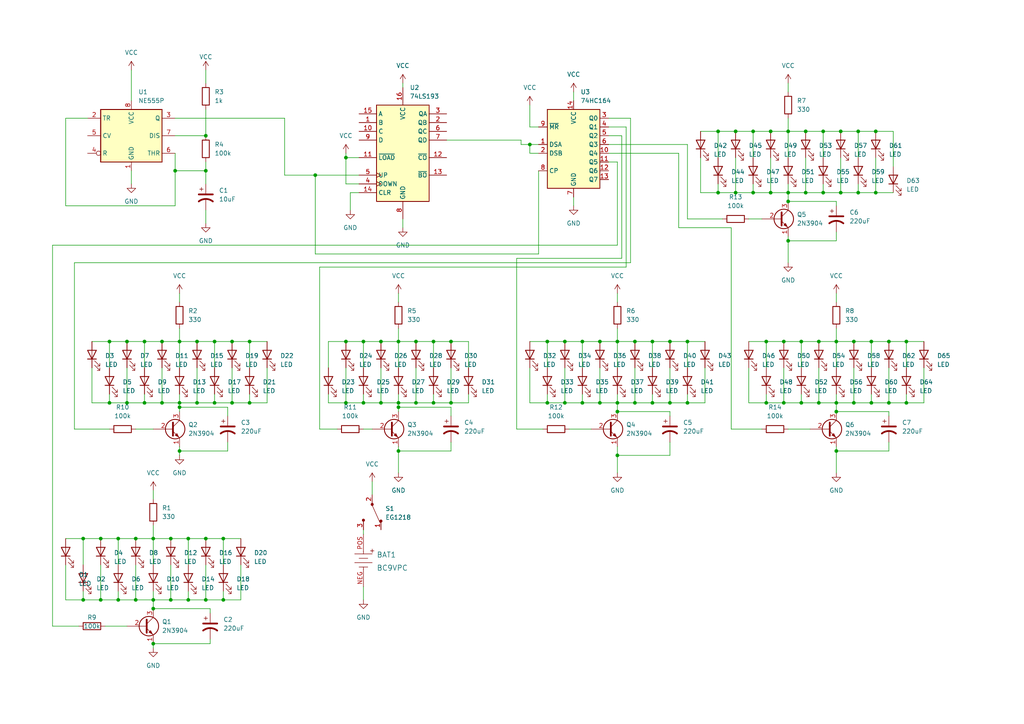
<source format=kicad_sch>
(kicad_sch (version 20211123) (generator eeschema)
  (paper "A4")
  (title_block (title "Graduation Cap") (date "2022-03-16") (rev "v01") (comment 1 "Autor: Grayson Hollaway"))
  (lib_symbols
    (symbol "74xx:74HC164"
      (property "Reference" "U" (at 1.905 -13.97 0))
      (property "Value" "74HC164" (at 1.905 -16.51 0))
      (symbol "74HC164_1_1"
        (pin input line (at -10.16 0 0) (length 2.54) (name "DSA") (number "1"))
        (pin output line (at 10.16 -2.54 180) (length 2.54) (name "Q4") (number "10"))
        (pin output line (at 10.16 -5.08 180) (length 2.54) (name "Q5") (number "11"))
        (pin output line (at 10.16 -7.62 180) (length 2.54) (name "Q6") (number "12"))
        (pin output line (at 10.16 -10.16 180) (length 2.54) (name "Q7") (number "13"))
        (pin power_in line (at 0 12.7 270) (length 2.54) (name "VCC") (number "14"))
        (pin input line (at -10.16 -2.54 0) (length 2.54) (name "DSB") (number "2"))
        (pin output line (at 10.16 7.62 180) (length 2.54) (name "Q0") (number "3"))
        (pin output line (at 10.16 5.08 180) (length 2.54) (name "Q1") (number "4"))
        (pin output line (at 10.16 2.54 180) (length 2.54) (name "Q2") (number "5"))
        (pin output line (at 10.16 0 180) (length 2.54) (name "Q3") (number "6"))
        (pin power_in line (at 0 -15.24 90) (length 2.54) (name "GND") (number "7"))
        (pin input line (at -10.16 -7.62 0) (length 2.54) (name "CP") (number "8"))
        (pin input line (at -10.16 5.08 0) (length 2.54) (name "~{MR}") (number "9"))
      )
    )
    (symbol "74xx:74LS193"
      (property "Reference" "U" (at -7.62 13.97 0))
      (property "Value" "74LS193" (at 5.08 13.97 0))
      (symbol "74LS193_1_0"
        (pin input line (at -12.7 7.62 0) (length 5.08) (name "B") (number "1"))
        (pin input line (at -12.7 5.08 0) (length 5.08) (name "C") (number "10"))
        (pin input line (at -12.7 -2.54 0) (length 5.08) (name "~{LOAD}") (number "11"))
        (pin output line (at 12.7 -2.54 180) (length 5.08) (name "~{CO}") (number "12"))
        (pin output line (at 12.7 -7.62 180) (length 5.08) (name "~{BO}") (number "13"))
        (pin input line (at -12.7 -12.7 0) (length 5.08) (name "CLR") (number "14"))
        (pin input line (at -12.7 10.16 0) (length 5.08) (name "A") (number "15"))
        (pin power_in line (at 0 17.78 270) (length 5.08) (name "VCC") (number "16"))
        (pin output line (at 12.7 7.62 180) (length 5.08) (name "QB") (number "2"))
        (pin output line (at 12.7 10.16 180) (length 5.08) (name "QA") (number "3"))
        (pin input clock (at -12.7 -10.16 0) (length 5.08) (name "DOWN") (number "4"))
        (pin input clock (at -12.7 -7.62 0) (length 5.08) (name "UP") (number "5"))
        (pin output line (at 12.7 5.08 180) (length 5.08) (name "QC") (number "6"))
        (pin output line (at 12.7 2.54 180) (length 5.08) (name "QD") (number "7"))
        (pin power_in line (at 0 -20.32 90) (length 5.08) (name "GND") (number "8"))
        (pin input line (at -12.7 2.54 0) (length 5.08) (name "D") (number "9"))
      )
    )
    (symbol "Device:C_Polarized_US" (pin_numbers hide) (pin_names (offset 0.254) hide)
      (property "Reference" "C" (at 0.635 2.54 0))
      (property "Value" "C_Polarized_US" (at 0.635 -2.54 0))
      (symbol "C_Polarized_US_1_1"
        (pin passive line (at 0 3.81 270) (length 2.794) (name "~") (number "1"))
        (pin passive line (at 0 -3.81 90) (length 3.302) (name "~") (number "2"))
      )
    )
    (symbol "Device:LED" (pin_numbers hide) (pin_names (offset 1.016) hide)
      (property "Reference" "D" (at 0 2.54 0))
      (property "Value" "LED" (at 0 -2.54 0))
      (symbol "LED_1_1"
        (pin passive line (at -3.81 0 0) (length 2.54) (name "K") (number "1"))
        (pin passive line (at 3.81 0 180) (length 2.54) (name "A") (number "2"))
      )
    )
    (symbol "Device:R" (pin_numbers hide) (pin_names (offset 0))
      (property "Reference" "R" (at 2.032 0 90))
      (property "Value" "R" (at 0 0 90))
      (symbol "R_1_1"
        (pin passive line (at 0 3.81 270) (length 1.27) (name "~") (number "1"))
        (pin passive line (at 0 -3.81 90) (length 1.27) (name "~") (number "2"))
      )
    )
    (symbol "Timer:NE555P"
      (property "Reference" "U" (at -10.16 8.89 0))
      (property "Value" "NE555P" (at 2.54 8.89 0))
      (symbol "NE555P_0_0"
        (pin power_in line (at 0 -10.16 90) (length 2.54) (name "GND") (number "1"))
        (pin power_in line (at 0 10.16 270) (length 2.54) (name "VCC") (number "8"))
      )
      (symbol "NE555P_1_1"
        (pin input line (at -12.7 5.08 0) (length 3.81) (name "TR") (number "2"))
        (pin output line (at 12.7 5.08 180) (length 3.81) (name "Q") (number "3"))
        (pin input inverted (at -12.7 -5.08 0) (length 3.81) (name "R") (number "4"))
        (pin input line (at -12.7 0 0) (length 3.81) (name "CV") (number "5"))
        (pin input line (at 12.7 -5.08 180) (length 3.81) (name "THR") (number "6"))
        (pin input line (at 12.7 0 180) (length 3.81) (name "DIS") (number "7"))
      )
    )
    (symbol "Transistor_BJT:2N3904" (pin_names (offset 0) hide)
      (property "Reference" "Q" (at 5.08 1.905 0))
      (property "Value" "2N3904" (at 5.08 0 0))
      (symbol "2N3904_1_1"
        (pin passive line (at 2.54 -5.08 90) (length 2.54) (name "E") (number "1"))
        (pin passive line (at -5.08 0 0) (length 5.715) (name "B") (number "2"))
        (pin passive line (at 2.54 5.08 270) (length 2.54) (name "C") (number "3"))
      )
    )
    (symbol "dk_Battery-Holders-Clips-Contacts:BC9VPC" (pin_names (offset 1.016))
      (property "Reference" "BAT" (at 0 5.08 0))
      (property "Value" "BC9VPC" (at 0 -5.08 0))
      (symbol "BC9VPC_1_1"
        (pin power_in line (at 7.62 0 180) (length 5.08) (name "~") (number "NEG"))
        (pin power_in line (at -7.62 0 0) (length 5.08) (name "~") (number "POS"))
      )
    )
    (symbol "dk_Slide-Switches:EG1218" (pin_names (offset 0))
      (property "Reference" "S" (at -3.81 2.286 0))
      (property "Value" "EG1218" (at 0 -5.334 0))
      (symbol "EG1218_1_1"
        (pin passive line (at 5.08 2.54 180) (length 2.54) (name "~") (number "1"))
        (pin passive line (at -5.08 0 0) (length 2.54) (name "~") (number "2"))
        (pin passive line (at 5.08 -2.54 180) (length 2.54) (name "~") (number "3"))
      )
    )
    (symbol "power:GND" (power) (pin_names (offset 0))
      (property "Value" "GND" (at 0 -3.81 0))
      (symbol "GND_1_1"
        (pin power_in line (at 0 0 270) (length 0) hide (name "GND") (number "1"))
      )
    )
    (symbol "power:VCC" (power) (pin_names (offset 0))
      (property "Value" "VCC" (at 0 3.81 0))
      (symbol "VCC_1_1"
        (pin power_in line (at 0 0 90) (length 0) hide (name "VCC") (number "1"))
      )
    )
  )
  (junction (at 130.81 99.06))
  (junction (at 242.57 119.38))
  (junction (at 158.75 116.84))
  (junction (at 243.84 55.88))
  (junction (at 105.41 99.06))
  (junction (at 57.15 99.06))
  (junction (at 227.33 99.06))
  (junction (at 46.99 99.06))
  (junction (at 64.77 156.21))
  (junction (at 100.33 116.84))
  (junction (at 262.89 99.06))
  (junction (at 62.23 116.84))
  (junction (at 218.44 55.88))
  (junction (at 189.23 99.06))
  (junction (at 34.29 156.21))
  (junction (at 49.53 173.99))
  (junction (at 29.21 156.21))
  (junction (at 179.07 116.84))
  (junction (at 158.75 99.06))
  (junction (at 233.68 38.1))
  (junction (at 49.53 156.21))
  (junction (at 213.36 38.1))
  (junction (at 72.39 99.06))
  (junction (at 54.61 156.21))
  (junction (at 72.39 116.84))
  (junction (at 31.75 99.06))
  (junction (at 115.57 99.06))
  (junction (at 243.84 38.1))
  (junction (at 39.37 156.21))
  (junction (at 189.23 116.84))
  (junction (at 208.28 38.1))
  (junction (at 62.23 99.06))
  (junction (at 46.99 116.84))
  (junction (at 232.41 116.84))
  (junction (at 247.65 99.06))
  (junction (at 105.41 116.84))
  (junction (at 153.67 41.91))
  (junction (at 228.6 58.42))
  (junction (at 120.65 99.06))
  (junction (at 125.73 99.06))
  (junction (at 238.76 55.88))
  (junction (at 31.75 116.84))
  (junction (at 168.91 99.06))
  (junction (at 44.45 176.53))
  (junction (at 44.45 186.69))
  (junction (at 252.73 116.84))
  (junction (at 248.92 55.88))
  (junction (at 247.65 116.84))
  (junction (at 222.25 99.06))
  (junction (at 194.31 116.84))
  (junction (at 39.37 173.99))
  (junction (at 248.92 38.1))
  (junction (at 213.36 55.88))
  (junction (at 110.49 99.06))
  (junction (at 262.89 116.84))
  (junction (at 29.21 173.99))
  (junction (at 24.13 173.99))
  (junction (at 242.57 99.06))
  (junction (at 163.83 116.84))
  (junction (at 120.65 116.84))
  (junction (at 52.07 99.06))
  (junction (at 163.83 99.06))
  (junction (at 222.25 116.84))
  (junction (at 52.07 116.84))
  (junction (at 208.28 55.88))
  (junction (at 237.49 99.06))
  (junction (at 179.07 119.38))
  (junction (at 179.07 99.06))
  (junction (at 223.52 55.88))
  (junction (at 59.69 156.21))
  (junction (at 100.33 45.72))
  (junction (at 24.13 156.21))
  (junction (at 110.49 116.84))
  (junction (at 242.57 130.81))
  (junction (at 257.81 99.06))
  (junction (at 59.69 49.53))
  (junction (at 233.68 55.88))
  (junction (at 64.77 173.99))
  (junction (at 238.76 38.1))
  (junction (at 59.69 39.37))
  (junction (at 41.91 116.84))
  (junction (at 54.61 173.99))
  (junction (at 52.07 118.11))
  (junction (at 199.39 99.06))
  (junction (at 52.07 130.81))
  (junction (at 41.91 99.06))
  (junction (at 130.81 116.84))
  (junction (at 91.44 50.8))
  (junction (at 125.73 116.84))
  (junction (at 254 38.1))
  (junction (at 242.57 116.84))
  (junction (at 67.31 99.06))
  (junction (at 115.57 118.11))
  (junction (at 228.6 38.1))
  (junction (at 115.57 130.81))
  (junction (at 237.49 116.84))
  (junction (at 59.69 173.99))
  (junction (at 194.31 99.06))
  (junction (at 173.99 99.06))
  (junction (at 179.07 132.08))
  (junction (at 228.6 55.88))
  (junction (at 50.8 49.53))
  (junction (at 228.6 69.85))
  (junction (at 252.73 99.06))
  (junction (at 67.31 116.84))
  (junction (at 44.45 173.99))
  (junction (at 218.44 38.1))
  (junction (at 232.41 99.06))
  (junction (at 100.33 99.06))
  (junction (at 257.81 116.84))
  (junction (at 34.29 173.99))
  (junction (at 36.83 99.06))
  (junction (at 168.91 116.84))
  (junction (at 115.57 116.84))
  (junction (at 199.39 116.84))
  (junction (at 184.15 99.06))
  (junction (at 254 55.88))
  (junction (at 173.99 116.84))
  (junction (at 44.45 156.21))
  (junction (at 227.33 116.84))
  (junction (at 184.15 116.84))
  (junction (at 223.52 38.1))
  (junction (at 36.83 116.84))
  (junction (at 57.15 116.84))
  (wire (pts (xy 34.29 173.99) (xy 39.37 173.99)))
  (wire (pts (xy 228.6 53.34) (xy 228.6 55.88)))
  (wire (pts (xy 242.57 85.09) (xy 242.57 87.63)))
  (wire (pts (xy 29.21 163.83) (xy 29.21 173.99)))
  (wire (pts (xy 213.36 45.72) (xy 213.36 55.88)))
  (wire (pts (xy 82.55 50.8) (xy 91.44 50.8)))
  (wire (pts (xy 49.53 173.99) (xy 54.61 173.99)))
  (wire (pts (xy 233.68 45.72) (xy 233.68 55.88)))
  (wire (pts (xy 24.13 173.99) (xy 24.13 171.45)))
  (wire (pts (xy 242.57 119.38) (xy 257.81 119.38)))
  (wire (pts (xy 52.07 118.11) (xy 52.07 119.38)))
  (wire (pts (xy 125.73 116.84) (xy 130.81 116.84)))
  (wire (pts (xy 204.47 116.84) (xy 199.39 116.84)))
  (wire (pts (xy 104.14 53.34) (xy 100.33 53.34)))
  (wire (pts (xy 156.21 73.66) (xy 91.44 73.66)))
  (wire (pts (xy 199.39 99.06) (xy 199.39 106.68)))
  (wire (pts (xy 151.13 40.64) (xy 151.13 41.91)))
  (wire (pts (xy 196.85 66.04) (xy 212.09 66.04)))
  (wire (pts (xy 243.84 38.1) (xy 248.92 38.1)))
  (wire (pts (xy 213.36 38.1) (xy 218.44 38.1)))
  (wire (pts (xy 194.31 106.68) (xy 194.31 116.84)))
  (wire (pts (xy 115.57 130.81) (xy 115.57 137.16)))
  (wire (pts (xy 52.07 99.06) (xy 57.15 99.06)))
  (wire (pts (xy 57.15 99.06) (xy 62.23 99.06)))
  (wire (pts (xy 156.21 44.45) (xy 153.67 44.45)))
  (wire (pts (xy 72.39 116.84) (xy 72.39 114.3)))
  (wire (pts (xy 217.17 99.06) (xy 222.25 99.06)))
  (wire (pts (xy 49.53 163.83) (xy 49.53 173.99)))
  (wire (pts (xy 228.6 55.88) (xy 228.6 58.42)))
  (wire (pts (xy 101.6 60.96) (xy 101.6 55.88)))
  (wire (pts (xy 24.13 156.21) (xy 24.13 163.83)))
  (wire (pts (xy 189.23 116.84) (xy 194.31 116.84)))
  (wire (pts (xy 44.45 171.45) (xy 44.45 173.99)))
  (wire (pts (xy 38.1 20.32) (xy 38.1 29.21)))
  (wire (pts (xy 228.6 34.29) (xy 228.6 38.1)))
  (wire (pts (xy 199.39 116.84) (xy 199.39 114.3)))
  (wire (pts (xy 60.96 176.53) (xy 60.96 177.8)))
  (wire (pts (xy 176.53 34.29) (xy 182.88 34.29)))
  (wire (pts (xy 59.69 49.53) (xy 59.69 53.34)))
  (wire (pts (xy 100.33 45.72) (xy 104.14 45.72)))
  (wire (pts (xy 179.07 114.3) (xy 179.07 116.84)))
  (wire (pts (xy 180.34 39.37) (xy 180.34 74.93)))
  (wire (pts (xy 39.37 163.83) (xy 39.37 173.99)))
  (wire (pts (xy 194.31 128.27) (xy 194.31 132.08)))
  (wire (pts (xy 60.96 186.69) (xy 60.96 185.42)))
  (wire (pts (xy 166.37 26.67) (xy 166.37 29.21)))
  (wire (pts (xy 153.67 106.68) (xy 153.67 116.84)))
  (wire (pts (xy 218.44 38.1) (xy 223.52 38.1)))
  (wire (pts (xy 218.44 55.88) (xy 223.52 55.88)))
  (wire (pts (xy 242.57 130.81) (xy 257.81 130.81)))
  (wire (pts (xy 237.49 99.06) (xy 242.57 99.06)))
  (wire (pts (xy 44.45 152.4) (xy 44.45 156.21)))
  (wire (pts (xy 158.75 99.06) (xy 158.75 106.68)))
  (wire (pts (xy 115.57 95.25) (xy 115.57 99.06)))
  (wire (pts (xy 115.57 85.09) (xy 115.57 87.63)))
  (wire (pts (xy 218.44 38.1) (xy 218.44 45.72)))
  (wire (pts (xy 179.07 116.84) (xy 179.07 119.38)))
  (wire (pts (xy 92.71 77.47) (xy 92.71 124.46)))
  (wire (pts (xy 228.6 55.88) (xy 223.52 55.88)))
  (wire (pts (xy 62.23 116.84) (xy 62.23 114.3)))
  (wire (pts (xy 52.07 130.81) (xy 52.07 132.08)))
  (wire (pts (xy 223.52 38.1) (xy 228.6 38.1)))
  (wire (pts (xy 163.83 116.84) (xy 168.91 116.84)))
  (wire (pts (xy 228.6 38.1) (xy 228.6 45.72)))
  (wire (pts (xy 179.07 85.09) (xy 179.07 87.63)))
  (wire (pts (xy 228.6 24.13) (xy 228.6 26.67)))
  (wire (pts (xy 227.33 99.06) (xy 232.41 99.06)))
  (wire (pts (xy 110.49 106.68) (xy 110.49 116.84)))
  (wire (pts (xy 115.57 129.54) (xy 115.57 130.81)))
  (wire (pts (xy 105.41 116.84) (xy 110.49 116.84)))
  (wire (pts (xy 228.6 58.42) (xy 242.57 58.42)))
  (wire (pts (xy 228.6 69.85) (xy 228.6 76.2)))
  (wire (pts (xy 233.68 55.88) (xy 238.76 55.88)))
  (wire (pts (xy 115.57 99.06) (xy 115.57 106.68)))
  (wire (pts (xy 46.99 106.68) (xy 46.99 116.84)))
  (wire (pts (xy 149.86 74.93) (xy 149.86 124.46)))
  (wire (pts (xy 130.81 106.68) (xy 130.81 116.84)))
  (wire (pts (xy 29.21 173.99) (xy 34.29 173.99)))
  (wire (pts (xy 166.37 57.15) (xy 166.37 59.69)))
  (wire (pts (xy 101.6 55.88) (xy 104.14 55.88)))
  (wire (pts (xy 228.6 68.58) (xy 228.6 69.85)))
  (wire (pts (xy 21.59 76.2) (xy 21.59 124.46)))
  (wire (pts (xy 252.73 116.84) (xy 257.81 116.84)))
  (wire (pts (xy 217.17 106.68) (xy 217.17 116.84)))
  (wire (pts (xy 242.57 59.69) (xy 242.57 58.42)))
  (wire (pts (xy 46.99 99.06) (xy 52.07 99.06)))
  (wire (pts (xy 57.15 106.68) (xy 57.15 116.84)))
  (wire (pts (xy 44.45 173.99) (xy 44.45 176.53)))
  (wire (pts (xy 67.31 99.06) (xy 72.39 99.06)))
  (wire (pts (xy 62.23 99.06) (xy 67.31 99.06)))
  (wire (pts (xy 179.07 116.84) (xy 173.99 116.84)))
  (wire (pts (xy 252.73 99.06) (xy 257.81 99.06)))
  (wire (pts (xy 252.73 116.84) (xy 252.73 114.3)))
  (wire (pts (xy 54.61 156.21) (xy 54.61 163.83)))
  (wire (pts (xy 59.69 20.32) (xy 59.69 24.13)))
  (wire (pts (xy 95.25 99.06) (xy 95.25 106.68)))
  (wire (pts (xy 242.57 116.84) (xy 247.65 116.84)))
  (wire (pts (xy 233.68 38.1) (xy 238.76 38.1)))
  (wire (pts (xy 72.39 99.06) (xy 77.47 99.06)))
  (wire (pts (xy 44.45 176.53) (xy 60.96 176.53)))
  (wire (pts (xy 105.41 114.3) (xy 105.41 116.84)))
  (wire (pts (xy 184.15 99.06) (xy 189.23 99.06)))
  (wire (pts (xy 116.84 63.5) (xy 116.84 66.04)))
  (wire (pts (xy 199.39 63.5) (xy 209.55 63.5)))
  (wire (pts (xy 228.6 55.88) (xy 233.68 55.88)))
  (wire (pts (xy 153.67 30.48) (xy 153.67 36.83)))
  (wire (pts (xy 237.49 106.68) (xy 237.49 116.84)))
  (wire (pts (xy 34.29 171.45) (xy 34.29 173.99)))
  (wire (pts (xy 182.88 34.29) (xy 182.88 76.2)))
  (wire (pts (xy 262.89 99.06) (xy 262.89 106.68)))
  (wire (pts (xy 208.28 38.1) (xy 213.36 38.1)))
  (wire (pts (xy 130.81 120.65) (xy 130.81 118.11)))
  (wire (pts (xy 44.45 173.99) (xy 49.53 173.99)))
  (wire (pts (xy 176.53 39.37) (xy 180.34 39.37)))
  (wire (pts (xy 77.47 116.84) (xy 72.39 116.84)))
  (wire (pts (xy 66.04 120.65) (xy 66.04 118.11)))
  (wire (pts (xy 158.75 116.84) (xy 158.75 114.3)))
  (wire (pts (xy 259.08 38.1) (xy 254 38.1)))
  (wire (pts (xy 125.73 99.06) (xy 125.73 106.68)))
  (wire (pts (xy 179.07 132.08) (xy 179.07 137.16)))
  (wire (pts (xy 203.2 38.1) (xy 208.28 38.1)))
  (wire (pts (xy 115.57 114.3) (xy 115.57 116.84)))
  (wire (pts (xy 19.05 34.29) (xy 25.4 34.29)))
  (wire (pts (xy 44.45 156.21) (xy 49.53 156.21)))
  (wire (pts (xy 62.23 99.06) (xy 62.23 106.68)))
  (wire (pts (xy 44.45 173.99) (xy 39.37 173.99)))
  (wire (pts (xy 67.31 106.68) (xy 67.31 116.84)))
  (wire (pts (xy 248.92 55.88) (xy 248.92 53.34)))
  (wire (pts (xy 257.81 128.27) (xy 257.81 130.81)))
  (wire (pts (xy 208.28 38.1) (xy 208.28 45.72)))
  (wire (pts (xy 54.61 173.99) (xy 59.69 173.99)))
  (wire (pts (xy 184.15 116.84) (xy 189.23 116.84)))
  (wire (pts (xy 52.07 114.3) (xy 52.07 116.84)))
  (wire (pts (xy 247.65 116.84) (xy 252.73 116.84)))
  (wire (pts (xy 156.21 49.53) (xy 156.21 73.66)))
  (wire (pts (xy 62.23 116.84) (xy 67.31 116.84)))
  (wire (pts (xy 252.73 99.06) (xy 252.73 106.68)))
  (wire (pts (xy 168.91 114.3) (xy 168.91 116.84)))
  (wire (pts (xy 19.05 34.29) (xy 19.05 59.69)))
  (wire (pts (xy 153.67 41.91) (xy 156.21 41.91)))
  (wire (pts (xy 222.25 116.84) (xy 222.25 114.3)))
  (wire (pts (xy 194.31 120.65) (xy 194.31 119.38)))
  (wire (pts (xy 181.61 77.47) (xy 92.71 77.47)))
  (wire (pts (xy 57.15 116.84) (xy 62.23 116.84)))
  (wire (pts (xy 110.49 99.06) (xy 115.57 99.06)))
  (wire (pts (xy 34.29 156.21) (xy 34.29 163.83)))
  (wire (pts (xy 243.84 55.88) (xy 248.92 55.88)))
  (wire (pts (xy 223.52 45.72) (xy 223.52 55.88)))
  (wire (pts (xy 29.21 173.99) (xy 24.13 173.99)))
  (wire (pts (xy 254 55.88) (xy 248.92 55.88)))
  (wire (pts (xy 254 45.72) (xy 254 55.88)))
  (wire (pts (xy 232.41 114.3) (xy 232.41 116.84)))
  (wire (pts (xy 153.67 44.45) (xy 153.67 41.91)))
  (wire (pts (xy 165.1 124.46) (xy 171.45 124.46)))
  (wire (pts (xy 267.97 106.68) (xy 267.97 116.84)))
  (wire (pts (xy 50.8 34.29) (xy 82.55 34.29)))
  (wire (pts (xy 59.69 60.96) (xy 59.69 64.77)))
  (wire (pts (xy 50.8 49.53) (xy 50.8 59.69)))
  (wire (pts (xy 227.33 116.84) (xy 232.41 116.84)))
  (wire (pts (xy 179.07 99.06) (xy 184.15 99.06)))
  (wire (pts (xy 91.44 50.8) (xy 91.44 73.66)))
  (wire (pts (xy 34.29 156.21) (xy 39.37 156.21)))
  (wire (pts (xy 64.77 156.21) (xy 64.77 163.83)))
  (wire (pts (xy 179.07 46.99) (xy 179.07 71.12)))
  (wire (pts (xy 238.76 55.88) (xy 243.84 55.88)))
  (wire (pts (xy 180.34 74.93) (xy 149.86 74.93)))
  (wire (pts (xy 69.85 173.99) (xy 64.77 173.99)))
  (wire (pts (xy 91.44 50.8) (xy 104.14 50.8)))
  (wire (pts (xy 242.57 130.81) (xy 242.57 137.16)))
  (wire (pts (xy 100.33 45.72) (xy 100.33 53.34)))
  (wire (pts (xy 176.53 46.99) (xy 179.07 46.99)))
  (wire (pts (xy 179.07 95.25) (xy 179.07 99.06)))
  (wire (pts (xy 182.88 76.2) (xy 21.59 76.2)))
  (wire (pts (xy 242.57 99.06) (xy 242.57 106.68)))
  (wire (pts (xy 72.39 99.06) (xy 72.39 106.68)))
  (wire (pts (xy 100.33 44.45) (xy 100.33 45.72)))
  (wire (pts (xy 262.89 116.84) (xy 262.89 114.3)))
  (wire (pts (xy 59.69 173.99) (xy 64.77 173.99)))
  (wire (pts (xy 243.84 45.72) (xy 243.84 55.88)))
  (wire (pts (xy 257.81 99.06) (xy 262.89 99.06)))
  (wire (pts (xy 36.83 99.06) (xy 41.91 99.06)))
  (wire (pts (xy 50.8 49.53) (xy 59.69 49.53)))
  (wire (pts (xy 116.84 24.13) (xy 116.84 25.4)))
  (wire (pts (xy 168.91 99.06) (xy 168.91 106.68)))
  (wire (pts (xy 158.75 99.06) (xy 163.83 99.06)))
  (wire (pts (xy 95.25 99.06) (xy 100.33 99.06)))
  (wire (pts (xy 242.57 114.3) (xy 242.57 116.84)))
  (wire (pts (xy 232.41 116.84) (xy 237.49 116.84)))
  (wire (pts (xy 242.57 116.84) (xy 242.57 119.38)))
  (wire (pts (xy 59.69 156.21) (xy 64.77 156.21)))
  (wire (pts (xy 36.83 116.84) (xy 41.91 116.84)))
  (wire (pts (xy 176.53 44.45) (xy 196.85 44.45)))
  (wire (pts (xy 50.8 39.37) (xy 59.69 39.37)))
  (wire (pts (xy 64.77 156.21) (xy 69.85 156.21)))
  (wire (pts (xy 222.25 99.06) (xy 227.33 99.06)))
  (wire (pts (xy 238.76 55.88) (xy 238.76 53.34)))
  (wire (pts (xy 66.04 128.27) (xy 66.04 130.81)))
  (wire (pts (xy 217.17 116.84) (xy 222.25 116.84)))
  (wire (pts (xy 151.13 41.91) (xy 153.67 41.91)))
  (wire (pts (xy 163.83 99.06) (xy 168.91 99.06)))
  (wire (pts (xy 92.71 124.46) (xy 97.79 124.46)))
  (wire (pts (xy 163.83 116.84) (xy 158.75 116.84)))
  (wire (pts (xy 168.91 116.84) (xy 173.99 116.84)))
  (wire (pts (xy 52.07 116.84) (xy 46.99 116.84)))
  (wire (pts (xy 254 55.88) (xy 259.08 55.88)))
  (wire (pts (xy 203.2 55.88) (xy 208.28 55.88)))
  (wire (pts (xy 227.33 116.84) (xy 222.25 116.84)))
  (wire (pts (xy 242.57 95.25) (xy 242.57 99.06)))
  (wire (pts (xy 29.21 156.21) (xy 34.29 156.21)))
  (wire (pts (xy 82.55 34.29) (xy 82.55 50.8)))
  (wire (pts (xy 238.76 38.1) (xy 238.76 45.72)))
  (wire (pts (xy 100.33 99.06) (xy 105.41 99.06)))
  (wire (pts (xy 149.86 124.46) (xy 157.48 124.46)))
  (wire (pts (xy 212.09 124.46) (xy 220.98 124.46)))
  (wire (pts (xy 199.39 41.91) (xy 199.39 63.5)))
  (wire (pts (xy 41.91 99.06) (xy 46.99 99.06)))
  (wire (pts (xy 173.99 106.68) (xy 173.99 116.84)))
  (wire (pts (xy 19.05 163.83) (xy 19.05 173.99)))
  (wire (pts (xy 179.07 71.12) (xy 15.24 71.12)))
  (wire (pts (xy 130.81 118.11) (xy 115.57 118.11)))
  (wire (pts (xy 218.44 53.34) (xy 218.44 55.88)))
  (wire (pts (xy 173.99 99.06) (xy 179.07 99.06)))
  (wire (pts (xy 194.31 132.08) (xy 179.07 132.08)))
  (wire (pts (xy 30.48 181.61) (xy 36.83 181.61)))
  (wire (pts (xy 54.61 156.21) (xy 59.69 156.21)))
  (wire (pts (xy 107.95 139.7) (xy 107.95 143.51)))
  (wire (pts (xy 227.33 106.68) (xy 227.33 116.84)))
  (wire (pts (xy 213.36 55.88) (xy 208.28 55.88)))
  (wire (pts (xy 189.23 99.06) (xy 189.23 106.68)))
  (wire (pts (xy 52.07 129.54) (xy 52.07 130.81)))
  (wire (pts (xy 26.67 116.84) (xy 31.75 116.84)))
  (wire (pts (xy 67.31 116.84) (xy 72.39 116.84)))
  (wire (pts (xy 49.53 156.21) (xy 54.61 156.21)))
  (wire (pts (xy 64.77 173.99) (xy 64.77 171.45)))
  (wire (pts (xy 41.91 114.3) (xy 41.91 116.84)))
  (wire (pts (xy 31.75 116.84) (xy 31.75 114.3)))
  (wire (pts (xy 228.6 69.85) (xy 242.57 69.85)))
  (wire (pts (xy 15.24 71.12) (xy 15.24 181.61)))
  (wire (pts (xy 257.81 120.65) (xy 257.81 119.38)))
  (wire (pts (xy 189.23 116.84) (xy 189.23 114.3)))
  (wire (pts (xy 115.57 118.11) (xy 115.57 119.38)))
  (wire (pts (xy 105.41 99.06) (xy 105.41 106.68)))
  (wire (pts (xy 194.31 99.06) (xy 199.39 99.06)))
  (wire (pts (xy 120.65 116.84) (xy 125.73 116.84)))
  (wire (pts (xy 179.07 116.84) (xy 184.15 116.84)))
  (wire (pts (xy 44.45 156.21) (xy 44.45 163.83)))
  (wire (pts (xy 31.75 99.06) (xy 36.83 99.06)))
  (wire (pts (xy 21.59 124.46) (xy 31.75 124.46)))
  (wire (pts (xy 267.97 116.84) (xy 262.89 116.84)))
  (wire (pts (xy 41.91 99.06) (xy 41.91 106.68)))
  (wire (pts (xy 213.36 55.88) (xy 218.44 55.88)))
  (wire (pts (xy 105.41 153.67) (xy 105.41 154.94)))
  (wire (pts (xy 208.28 55.88) (xy 208.28 53.34)))
  (wire (pts (xy 31.75 99.06) (xy 31.75 106.68)))
  (wire (pts (xy 100.33 116.84) (xy 105.41 116.84)))
  (wire (pts (xy 115.57 116.84) (xy 120.65 116.84)))
  (wire (pts (xy 52.07 116.84) (xy 52.07 118.11)))
  (wire (pts (xy 50.8 59.69) (xy 19.05 59.69)))
  (wire (pts (xy 222.25 99.06) (xy 222.25 106.68)))
  (wire (pts (xy 59.69 46.99) (xy 59.69 49.53)))
  (wire (pts (xy 69.85 163.83) (xy 69.85 173.99)))
  (wire (pts (xy 59.69 163.83) (xy 59.69 173.99)))
  (wire (pts (xy 217.17 63.5) (xy 220.98 63.5)))
  (wire (pts (xy 66.04 118.11) (xy 52.07 118.11)))
  (wire (pts (xy 184.15 106.68) (xy 184.15 116.84)))
  (wire (pts (xy 247.65 99.06) (xy 252.73 99.06)))
  (wire (pts (xy 259.08 48.26) (xy 259.08 38.1)))
  (wire (pts (xy 257.81 106.68) (xy 257.81 116.84)))
  (wire (pts (xy 39.37 124.46) (xy 44.45 124.46)))
  (wire (pts (xy 120.65 106.68) (xy 120.65 116.84)))
  (wire (pts (xy 242.57 67.31) (xy 242.57 69.85)))
  (wire (pts (xy 24.13 156.21) (xy 29.21 156.21)))
  (wire (pts (xy 212.09 66.04) (xy 212.09 124.46)))
  (wire (pts (xy 38.1 49.53) (xy 38.1 53.34)))
  (wire (pts (xy 77.47 106.68) (xy 77.47 116.84)))
  (wire (pts (xy 54.61 173.99) (xy 54.61 171.45)))
  (wire (pts (xy 100.33 106.68) (xy 100.33 116.84)))
  (wire (pts (xy 176.53 36.83) (xy 181.61 36.83)))
  (wire (pts (xy 242.57 116.84) (xy 237.49 116.84)))
  (wire (pts (xy 115.57 116.84) (xy 115.57 118.11)))
  (wire (pts (xy 135.89 99.06) (xy 135.89 106.68)))
  (wire (pts (xy 19.05 173.99) (xy 24.13 173.99)))
  (wire (pts (xy 232.41 99.06) (xy 232.41 106.68)))
  (wire (pts (xy 242.57 99.06) (xy 247.65 99.06)))
  (wire (pts (xy 130.81 99.06) (xy 135.89 99.06)))
  (wire (pts (xy 26.67 99.06) (xy 31.75 99.06)))
  (wire (pts (xy 105.41 170.18) (xy 105.41 173.99)))
  (wire (pts (xy 203.2 45.72) (xy 203.2 55.88)))
  (wire (pts (xy 163.83 106.68) (xy 163.83 116.84)))
  (wire (pts (xy 130.81 128.27) (xy 130.81 130.81)))
  (wire (pts (xy 179.07 119.38) (xy 194.31 119.38)))
  (wire (pts (xy 176.53 41.91) (xy 199.39 41.91)))
  (wire (pts (xy 248.92 38.1) (xy 248.92 45.72)))
  (wire (pts (xy 36.83 106.68) (xy 36.83 116.84)))
  (wire (pts (xy 41.91 116.84) (xy 46.99 116.84)))
  (wire (pts (xy 130.81 116.84) (xy 135.89 116.84)))
  (wire (pts (xy 262.89 99.06) (xy 267.97 99.06)))
  (wire (pts (xy 52.07 116.84) (xy 57.15 116.84)))
  (wire (pts (xy 36.83 116.84) (xy 31.75 116.84)))
  (wire (pts (xy 196.85 44.45) (xy 196.85 66.04)))
  (wire (pts (xy 194.31 116.84) (xy 199.39 116.84)))
  (wire (pts (xy 44.45 186.69) (xy 60.96 186.69)))
  (wire (pts (xy 257.81 116.84) (xy 262.89 116.84)))
  (wire (pts (xy 59.69 31.75) (xy 59.69 39.37)))
  (wire (pts (xy 44.45 142.24) (xy 44.45 144.78)))
  (wire (pts (xy 100.33 116.84) (xy 95.25 116.84)))
  (wire (pts (xy 44.45 186.69) (xy 44.45 187.96)))
  (wire (pts (xy 52.07 95.25) (xy 52.07 99.06)))
  (wire (pts (xy 181.61 36.83) (xy 181.61 77.47)))
  (wire (pts (xy 247.65 106.68) (xy 247.65 116.84)))
  (wire (pts (xy 115.57 130.81) (xy 130.81 130.81)))
  (wire (pts (xy 95.25 116.84) (xy 95.25 114.3)))
  (wire (pts (xy 179.07 99.06) (xy 179.07 106.68)))
  (wire (pts (xy 105.41 99.06) (xy 110.49 99.06)))
  (wire (pts (xy 105.41 124.46) (xy 107.95 124.46)))
  (wire (pts (xy 66.04 130.81) (xy 52.07 130.81)))
  (wire (pts (xy 52.07 99.06) (xy 52.07 106.68)))
  (wire (pts (xy 120.65 99.06) (xy 125.73 99.06)))
  (wire (pts (xy 179.07 129.54) (xy 179.07 132.08)))
  (wire (pts (xy 238.76 38.1) (xy 243.84 38.1)))
  (wire (pts (xy 50.8 44.45) (xy 50.8 49.53)))
  (wire (pts (xy 153.67 116.84) (xy 158.75 116.84)))
  (wire (pts (xy 228.6 124.46) (xy 234.95 124.46)))
  (wire (pts (xy 125.73 99.06) (xy 130.81 99.06)))
  (wire (pts (xy 26.67 106.68) (xy 26.67 116.84)))
  (wire (pts (xy 129.54 40.64) (xy 151.13 40.64)))
  (wire (pts (xy 135.89 116.84) (xy 135.89 114.3)))
  (wire (pts (xy 52.07 85.09) (xy 52.07 87.63)))
  (wire (pts (xy 153.67 99.06) (xy 158.75 99.06)))
  (wire (pts (xy 204.47 106.68) (xy 204.47 116.84)))
  (wire (pts (xy 115.57 116.84) (xy 110.49 116.84)))
  (wire (pts (xy 189.23 99.06) (xy 194.31 99.06)))
  (wire (pts (xy 19.05 156.21) (xy 24.13 156.21)))
  (wire (pts (xy 168.91 99.06) (xy 173.99 99.06)))
  (wire (pts (xy 15.24 181.61) (xy 22.86 181.61)))
  (wire (pts (xy 248.92 38.1) (xy 254 38.1)))
  (wire (pts (xy 153.67 36.83) (xy 156.21 36.83)))
  (wire (pts (xy 232.41 99.06) (xy 237.49 99.06)))
  (wire (pts (xy 242.57 129.54) (xy 242.57 130.81)))
  (wire (pts (xy 228.6 38.1) (xy 233.68 38.1)))
  (wire (pts (xy 199.39 99.06) (xy 204.47 99.06)))
  (wire (pts (xy 115.57 99.06) (xy 120.65 99.06)))
  (wire (pts (xy 39.37 156.21) (xy 44.45 156.21)))
  (wire (pts (xy 125.73 116.84) (xy 125.73 114.3)))
  (symbol (lib_id "Device:R") (at 59.69 27.94 0) (unit 1)
    (property "Reference" "R3" (at 62.23 26.6699 0) (effects (justify left)))
    (property "Value" "1k" (at 62.23 29.2099 0) (effects (justify left)))
    (property "Footprint" "Resistor_THT:R_Axial_DIN0309_L9.0mm_D3.2mm_P12.70mm_Horizontal" (effects hide))
  )
  (symbol (lib_id "Device:LED") (at 158.75 110.49 90) (unit 1)
    (property "Reference" "D33" (at 162.56 110.8074 90) (effects (justify right)))
    (property "Value" "LED" (at 162.56 113.3474 90) (effects (justify right)))
    (property "Footprint" "LED_THT:LED_D5.0mm" (effects hide))
  )
  (symbol (lib_id "Device:LED") (at 194.31 102.87 90) (unit 1)
    (property "Reference" "D40" (at 198.12 103.1874 90) (effects (justify right)))
    (property "Value" "LED" (at 198.12 105.7274 90) (effects (justify right)))
    (property "Footprint" "LED_THT:LED_D5.0mm" (effects hide))
  )
  (symbol (lib_id "Device:LED") (at 228.6 49.53 90) (unit 1)
    (property "Reference" "D51" (at 232.41 49.8474 90) (effects (justify right)))
    (property "Value" "LED" (at 232.41 52.3874 90) (effects (justify right)))
    (property "Footprint" "LED_THT:LED_D5.0mm" (effects hide))
  )
  (symbol (lib_id "dk_Slide-Switches:EG1218") (at 107.95 148.59 270) (unit 1)
    (property "Reference" "S1" (at 111.76 147.5231 90) (effects (justify left)))
    (property "Value" "EG1218" (at 111.76 150.0631 90) (effects (justify left)))
    (property "Footprint" "digikey-footprints:Switch_Slide_11.6x4mm_EG1218" (effects hide))
    (property "Datasheet" "http://spec_sheets.e-switch.com/specs/P040040.pdf" (effects hide))
    (property "Digi-Key_PN" "EG1903-ND" (effects hide))
    (property "MPN" "EG1218" (effects hide))
    (property "Category" "Switches" (effects hide))
    (property "Family" "Slide Switches" (effects hide))
    (property "DK_Datasheet_Link" "http://spec_sheets.e-switch.com/specs/P040040.pdf" (effects hide))
    (property "DK_Detail_Page" "/product-detail/en/e-switch/EG1218/EG1903-ND/101726" (effects hide))
    (property "Description" "SWITCH SLIDE SPDT 200MA 30V" (effects hide))
    (property "Manufacturer" "E-Switch" (effects hide))
    (property "Status" "Active" (effects hide))
  )
  (symbol (lib_id "Device:LED") (at 257.81 102.87 90) (unit 1)
    (property "Reference" "D62" (at 261.62 103.1874 90) (effects (justify right)))
    (property "Value" "LED" (at 261.62 105.7274 90) (effects (justify right)))
    (property "Footprint" "LED_THT:LED_D5.0mm" (effects hide))
  )
  (symbol (lib_id "Device:LED") (at 232.41 110.49 90) (unit 1)
    (property "Reference" "D52" (at 236.22 110.8074 90) (effects (justify right)))
    (property "Value" "LED" (at 236.22 113.3474 90) (effects (justify right)))
    (property "Footprint" "LED_THT:LED_D5.0mm" (effects hide))
  )
  (symbol (lib_id "Device:LED") (at 218.44 49.53 90) (unit 1)
    (property "Reference" "D47" (at 222.25 49.8474 90) (effects (justify right)))
    (property "Value" "LED" (at 222.25 52.3874 90) (effects (justify right)))
    (property "Footprint" "LED_THT:LED_D5.0mm" (effects hide))
  )
  (symbol (lib_id "Transistor_BJT:2N3904") (at 49.53 124.46 0) (unit 1)
    (property "Reference" "Q2" (at 54.61 123.1899 0) (effects (justify left)))
    (property "Value" "2N3904" (at 54.61 125.7299 0) (effects (justify left)))
    (property "Footprint" "Package_TO_SOT_THT:TO-92_Inline" (effects hide))
    (property "Datasheet" "https://www.onsemi.com/pub/Collateral/2N3903-D.PDF" (effects hide))
  )
  (symbol (lib_id "power:GND") (at 242.57 137.16 0) (unit 1)
    (property "Reference" "#PWR025" (effects hide))
    (property "Value" "GND" (at 242.57 142.24 0))
  )
  (symbol (lib_id "power:VCC") (at 52.07 85.09 0) (unit 1)
    (property "Reference" "#PWR05" (effects hide))
    (property "Value" "VCC" (at 52.07 80.01 0))
  )
  (symbol (lib_id "Device:C_Polarized_US") (at 257.81 124.46 0) (unit 1)
    (property "Reference" "C7" (at 261.62 122.5549 0) (effects (justify left)))
    (property "Value" "220uF" (at 261.62 125.0949 0) (effects (justify left)))
    (property "Footprint" "Capacitor_THT:CP_Radial_D4.0mm_P2.00mm" (effects hide))
  )
  (symbol (lib_id "Device:LED") (at 199.39 110.49 90) (unit 1)
    (property "Reference" "D41" (at 203.2 110.8074 90) (effects (justify right)))
    (property "Value" "LED" (at 203.2 113.3474 90) (effects (justify right)))
    (property "Footprint" "LED_THT:LED_D5.0mm" (effects hide))
  )
  (symbol (lib_id "Device:LED") (at 44.45 167.64 90) (unit 1)
    (property "Reference" "D10" (at 48.26 167.9574 90) (effects (justify right)))
    (property "Value" "LED" (at 48.26 170.4974 90) (effects (justify right)))
    (property "Footprint" "LED_THT:LED_D5.0mm" (effects hide))
  )
  (symbol (lib_id "Device:LED") (at 69.85 160.02 90) (unit 1)
    (property "Reference" "D20" (at 73.66 160.3374 90) (effects (justify right)))
    (property "Value" "LED" (at 73.66 162.8774 90) (effects (justify right)))
    (property "Footprint" "LED_THT:LED_D5.0mm" (effects hide))
  )
  (symbol (lib_id "Device:LED") (at 242.57 110.49 90) (unit 1)
    (property "Reference" "D56" (at 246.38 110.8074 90) (effects (justify right)))
    (property "Value" "LED" (at 246.38 113.3474 90) (effects (justify right)))
    (property "Footprint" "LED_THT:LED_D5.0mm" (effects hide))
  )
  (symbol (lib_id "Device:LED") (at 34.29 167.64 90) (unit 1)
    (property "Reference" "D6" (at 38.1 167.9574 90) (effects (justify right)))
    (property "Value" "LED" (at 38.1 170.4974 90) (effects (justify right)))
    (property "Footprint" "LED_THT:LED_D5.0mm" (effects hide))
  )
  (symbol (lib_id "power:VCC") (at 242.57 85.09 0) (unit 1)
    (property "Reference" "#PWR024" (effects hide))
    (property "Value" "VCC" (at 242.57 80.01 0))
  )
  (symbol (lib_id "Device:LED") (at 26.67 102.87 90) (unit 1)
    (property "Reference" "D3" (at 30.48 103.1874 90) (effects (justify right)))
    (property "Value" "LED" (at 30.48 105.7274 90) (effects (justify right)))
    (property "Footprint" "LED_THT:LED_D5.0mm" (effects hide))
  )
  (symbol (lib_id "Device:R") (at 115.57 91.44 0) (unit 1)
    (property "Reference" "R5" (at 118.11 90.1699 0) (effects (justify left)))
    (property "Value" "330" (at 118.11 92.7099 0) (effects (justify left)))
    (property "Footprint" "Resistor_THT:R_Axial_DIN0309_L9.0mm_D3.2mm_P12.70mm_Horizontal" (effects hide))
  )
  (symbol (lib_id "power:VCC") (at 107.95 139.7 0) (unit 1)
    (property "Reference" "#PWR012" (effects hide))
    (property "Value" "VCC" (at 107.95 134.62 0))
  )
  (symbol (lib_id "Device:LED") (at 208.28 49.53 90) (unit 1)
    (property "Reference" "D44" (at 212.09 49.8474 90) (effects (justify right)))
    (property "Value" "LED" (at 212.09 52.3874 90) (effects (justify right)))
    (property "Footprint" "LED_THT:LED_D5.0mm" (effects hide))
  )
  (symbol (lib_id "Device:R") (at 35.56 124.46 90) (unit 1)
    (property "Reference" "R10" (at 35.56 118.11 90))
    (property "Value" "100k" (at 35.56 120.65 90))
    (property "Footprint" "Resistor_THT:R_Axial_DIN0309_L9.0mm_D3.2mm_P12.70mm_Horizontal" (effects hide))
  )
  (symbol (lib_id "Transistor_BJT:2N3904") (at 226.06 63.5 0) (unit 1)
    (property "Reference" "Q5" (at 231.14 62.2299 0) (effects (justify left)))
    (property "Value" "2N3904" (at 231.14 64.7699 0) (effects (justify left)))
    (property "Footprint" "Package_TO_SOT_THT:TO-92_Inline" (effects hide))
    (property "Datasheet" "https://www.onsemi.com/pub/Collateral/2N3903-D.PDF" (effects hide))
  )
  (symbol (lib_id "power:GND") (at 101.6 60.96 0) (unit 1)
    (property "Reference" "#PWR010" (effects hide))
    (property "Value" "GND" (at 101.6 66.04 0))
  )
  (symbol (lib_id "power:GND") (at 166.37 59.69 0) (unit 1)
    (property "Reference" "#PWR019" (effects hide))
    (property "Value" "GND" (at 166.37 64.77 0))
  )
  (symbol (lib_id "Device:LED") (at 173.99 102.87 90) (unit 1)
    (property "Reference" "D36" (at 177.8 103.1874 90) (effects (justify right)))
    (property "Value" "LED" (at 177.8 105.7274 90) (effects (justify right)))
    (property "Footprint" "LED_THT:LED_D5.0mm" (effects hide))
  )
  (symbol (lib_id "power:VCC") (at 153.67 30.48 0) (unit 1)
    (property "Reference" "#PWR017" (effects hide))
    (property "Value" "VCC" (at 153.67 25.4 0))
  )
  (symbol (lib_id "Device:LED") (at 237.49 102.87 90) (unit 1)
    (property "Reference" "D54" (at 241.3 103.1874 90) (effects (justify right)))
    (property "Value" "LED" (at 241.3 105.7274 90) (effects (justify right)))
    (property "Footprint" "LED_THT:LED_D5.0mm" (effects hide))
  )
  (symbol (lib_id "74xx:74HC164") (at 166.37 41.91 0) (unit 1)
    (property "Reference" "U3" (at 168.3894 26.67 0) (effects (justify left)))
    (property "Value" "74HC164" (at 168.3894 29.21 0) (effects (justify left)))
    (property "Footprint" "Package_DIP:DIP-14_W7.62mm" (effects hide))
    (property "Datasheet" "https://assets.nexperia.com/documents/data-sheet/74HC_HCT164.pdf" (effects hide))
  )
  (symbol (lib_id "Device:LED") (at 110.49 102.87 90) (unit 1)
    (property "Reference" "D26" (at 114.3 103.1874 90) (effects (justify right)))
    (property "Value" "LED" (at 114.3 105.7274 90) (effects (justify right)))
    (property "Footprint" "LED_THT:LED_D5.0mm" (effects hide))
  )
  (symbol (lib_id "Device:LED") (at 223.52 41.91 90) (unit 1)
    (property "Reference" "D49" (at 227.33 42.2274 90) (effects (justify right)))
    (property "Value" "LED" (at 227.33 44.7674 90) (effects (justify right)))
    (property "Footprint" "LED_THT:LED_D5.0mm" (effects hide))
  )
  (symbol (lib_id "Device:LED") (at 233.68 41.91 90) (unit 1)
    (property "Reference" "D53" (at 237.49 42.2274 90) (effects (justify right)))
    (property "Value" "LED" (at 237.49 44.7674 90) (effects (justify right)))
    (property "Footprint" "LED_THT:LED_D5.0mm" (effects hide))
  )
  (symbol (lib_id "Device:LED") (at 41.91 110.49 90) (unit 1)
    (property "Reference" "D9" (at 45.72 110.8074 90) (effects (justify right)))
    (property "Value" "LED" (at 45.72 113.3474 90) (effects (justify right)))
    (property "Footprint" "LED_THT:LED_D5.0mm" (effects hide))
  )
  (symbol (lib_id "Device:C_Polarized_US") (at 59.69 57.15 0) (unit 1)
    (property "Reference" "C1" (at 63.5 55.2449 0) (effects (justify left)))
    (property "Value" "10uF" (at 63.5 57.7849 0) (effects (justify left)))
    (property "Footprint" "Capacitor_THT:CP_Radial_D4.0mm_P2.00mm" (effects hide))
  )
  (symbol (lib_id "Device:LED") (at 57.15 102.87 90) (unit 1)
    (property "Reference" "D15" (at 60.96 103.1874 90) (effects (justify right)))
    (property "Value" "LED" (at 60.96 105.7274 90) (effects (justify right)))
    (property "Footprint" "LED_THT:LED_D5.0mm" (effects hide))
  )
  (symbol (lib_id "Device:R") (at 224.79 124.46 90) (unit 1)
    (property "Reference" "R14" (at 224.79 118.11 90))
    (property "Value" "100k" (at 224.79 120.65 90))
    (property "Footprint" "Resistor_THT:R_Axial_DIN0309_L9.0mm_D3.2mm_P12.70mm_Horizontal" (effects hide))
  )
  (symbol (lib_id "Device:LED") (at 238.76 49.53 90) (unit 1)
    (property "Reference" "D55" (at 242.57 49.8474 90) (effects (justify right)))
    (property "Value" "LED" (at 242.57 52.3874 90) (effects (justify right)))
    (property "Footprint" "LED_THT:LED_D5.0mm" (effects hide))
  )
  (symbol (lib_id "Device:LED") (at 120.65 102.87 90) (unit 1)
    (property "Reference" "D28" (at 124.46 103.1874 90) (effects (justify right)))
    (property "Value" "LED" (at 124.46 105.7274 90) (effects (justify right)))
    (property "Footprint" "LED_THT:LED_D5.0mm" (effects hide))
  )
  (symbol (lib_id "Device:R") (at 228.6 30.48 0) (unit 1)
    (property "Reference" "R7" (at 231.14 29.2099 0) (effects (justify left)))
    (property "Value" "330" (at 231.14 31.7499 0) (effects (justify left)))
    (property "Footprint" "Resistor_THT:R_Axial_DIN0309_L9.0mm_D3.2mm_P12.70mm_Horizontal" (effects hide))
  )
  (symbol (lib_id "Device:LED") (at 29.21 160.02 90) (unit 1)
    (property "Reference" "D4" (at 33.02 160.3374 90) (effects (justify right)))
    (property "Value" "LED" (at 33.02 162.8774 90) (effects (justify right)))
    (property "Footprint" "LED_THT:LED_D5.0mm" (effects hide))
  )
  (symbol (lib_id "Device:C_Polarized_US") (at 194.31 124.46 0) (unit 1)
    (property "Reference" "C5" (at 198.12 122.5549 0) (effects (justify left)))
    (property "Value" "220uF" (at 198.12 125.0949 0) (effects (justify left)))
    (property "Footprint" "Capacitor_THT:CP_Radial_D4.0mm_P2.00mm" (effects hide))
  )
  (symbol (lib_id "power:GND") (at 179.07 137.16 0) (unit 1)
    (property "Reference" "#PWR021" (effects hide))
    (property "Value" "GND" (at 179.07 142.24 0))
  )
  (symbol (lib_id "Device:LED") (at 168.91 110.49 90) (unit 1)
    (property "Reference" "D35" (at 172.72 110.8074 90) (effects (justify right)))
    (property "Value" "LED" (at 172.72 113.3474 90) (effects (justify right)))
    (property "Footprint" "LED_THT:LED_D5.0mm" (effects hide))
  )
  (symbol (lib_id "Device:LED") (at 72.39 110.49 90) (unit 1)
    (property "Reference" "D21" (at 76.2 110.8074 90) (effects (justify right)))
    (property "Value" "LED" (at 76.2 113.3474 90) (effects (justify right)))
    (property "Footprint" "LED_THT:LED_D5.0mm" (effects hide))
  )
  (symbol (lib_id "Device:R") (at 44.45 148.59 0) (unit 1)
    (property "Reference" "R1" (at 46.99 147.3199 0) (effects (justify left)))
    (property "Value" "330" (at 46.99 149.8599 0) (effects (justify left)))
    (property "Footprint" "Resistor_THT:R_Axial_DIN0309_L9.0mm_D3.2mm_P12.70mm_Horizontal" (effects hide))
  )
  (symbol (lib_id "Device:LED") (at 262.89 110.49 90) (unit 1)
    (property "Reference" "D64" (at 266.7 110.8074 90) (effects (justify right)))
    (property "Value" "LED" (at 266.7 113.3474 90) (effects (justify right)))
    (property "Footprint" "LED_THT:LED_D5.0mm" (effects hide))
  )
  (symbol (lib_id "Device:LED") (at 189.23 110.49 90) (unit 1)
    (property "Reference" "D39" (at 193.04 110.8074 90) (effects (justify right)))
    (property "Value" "LED" (at 193.04 113.3474 90) (effects (justify right)))
    (property "Footprint" "LED_THT:LED_D5.0mm" (effects hide))
  )
  (symbol (lib_id "dk_Battery-Holders-Clips-Contacts:BC9VPC") (at 105.41 162.56 270) (unit 1)
    (property "Reference" "BAT1" (at 109.22 160.909 90) (effects (font (size 1.524 1.524)) (justify left)))
    (property "Value" "BC9VPC" (at 109.22 164.719 90) (effects (font (size 1.524 1.524)) (justify left)))
    (property "Footprint" "digikey-footprints:Battery_Holder_9V_BC9VPC-ND" (effects hide))
    (property "Datasheet" "http://www.memoryprotectiondevices.com/datasheets/BC9VPC-datasheet.pdf" (effects hide))
    (property "Digi-Key_PN" "BC9VPC-ND" (effects hide))
    (property "MPN" "BC9VPC" (effects hide))
    (property "Category" "Battery Products" (effects hide))
    (property "Family" "Battery Holders, Clips, Contacts" (effects hide))
    (property "DK_Datasheet_Link" "http://www.memoryprotectiondevices.com/datasheets/BC9VPC-datasheet.pdf" (effects hide))
    (property "DK_Detail_Page" "/product-detail/en/mpd-memory-protection-devices/BC9VPC/BC9VPC-ND/257747" (effects hide))
    (property "Description" "BATTERY HOLDER 9V PC PIN" (effects hide))
    (property "Manufacturer" "MPD (Memory Protection Devices)" (effects hide))
    (property "Status" "Active" (effects hide))
  )
  (symbol (lib_id "Transistor_BJT:2N3904") (at 113.03 124.46 0) (unit 1)
    (property "Reference" "Q3" (at 118.11 123.1899 0) (effects (justify left)))
    (property "Value" "2N3904" (at 118.11 125.7299 0) (effects (justify left)))
    (property "Footprint" "Package_TO_SOT_THT:TO-92_Inline" (effects hide))
    (property "Datasheet" "https://www.onsemi.com/pub/Collateral/2N3903-D.PDF" (effects hide))
  )
  (symbol (lib_id "Device:R") (at 59.69 43.18 0) (unit 1)
    (property "Reference" "R4" (at 62.23 41.9099 0) (effects (justify left)))
    (property "Value" "100k" (at 62.23 44.4499 0) (effects (justify left)))
    (property "Footprint" "Resistor_THT:R_Axial_DIN0309_L9.0mm_D3.2mm_P12.70mm_Horizontal" (effects hide))
  )
  (symbol (lib_id "Device:LED") (at 19.05 160.02 90) (unit 1)
    (property "Reference" "D1" (at 22.86 166.6874 90) (effects (justify right)))
    (property "Value" "LED" (at 22.86 169.2274 90) (effects (justify right)))
    (property "Footprint" "LED_THT:LED_D5.0mm" (effects hide))
  )
  (symbol (lib_id "power:GND") (at 115.57 137.16 0) (unit 1)
    (property "Reference" "#PWR014" (effects hide))
    (property "Value" "GND" (at 115.57 142.24 0))
  )
  (symbol (lib_id "Device:LED") (at 64.77 167.64 90) (unit 1)
    (property "Reference" "D18" (at 68.58 167.9574 90) (effects (justify right)))
    (property "Value" "LED" (at 68.58 170.4974 90) (effects (justify right)))
    (property "Footprint" "LED_THT:LED_D5.0mm" (effects hide))
  )
  (symbol (lib_id "power:GND") (at 59.69 64.77 0) (unit 1)
    (property "Reference" "#PWR08" (effects hide))
    (property "Value" "GND" (at 59.69 69.85 0))
  )
  (symbol (lib_id "power:VCC") (at 179.07 85.09 0) (unit 1)
    (property "Reference" "#PWR020" (effects hide))
    (property "Value" "VCC" (at 179.07 80.01 0))
  )
  (symbol (lib_id "Device:LED") (at 213.36 41.91 90) (unit 1)
    (property "Reference" "D45" (at 217.17 42.2274 90) (effects (justify right)))
    (property "Value" "LED" (at 217.17 44.7674 90) (effects (justify right)))
    (property "Footprint" "LED_THT:LED_D5.0mm" (effects hide))
  )
  (symbol (lib_id "Device:LED") (at 105.41 110.49 90) (unit 1)
    (property "Reference" "D25" (at 109.22 110.8074 90) (effects (justify right)))
    (property "Value" "LED" (at 109.22 113.3474 90) (effects (justify right)))
    (property "Footprint" "LED_THT:LED_D5.0mm" (effects hide))
  )
  (symbol (lib_id "Device:LED") (at 222.25 110.49 90) (unit 1)
    (property "Reference" "D48" (at 226.06 110.8074 90) (effects (justify right)))
    (property "Value" "LED" (at 226.06 113.3474 90) (effects (justify right)))
    (property "Footprint" "LED_THT:LED_D5.0mm" (effects hide))
  )
  (symbol (lib_id "power:GND") (at 228.6 76.2 0) (unit 1)
    (property "Reference" "#PWR023" (effects hide))
    (property "Value" "GND" (at 228.6 81.28 0))
  )
  (symbol (lib_id "74xx:74LS193") (at 116.84 43.18 0) (unit 1)
    (property "Reference" "U2" (at 118.8594 25.4 0) (effects (justify left)))
    (property "Value" "74LS193" (at 118.8594 27.94 0) (effects (justify left)))
    (property "Footprint" "Package_DIP:DIP-16_W7.62mm_Socket" (effects hide))
    (property "Datasheet" "http://www.ti.com/lit/ds/symlink/sn74ls193.pdf" (effects hide))
  )
  (symbol (lib_id "Device:LED") (at 243.84 41.91 90) (unit 1)
    (property "Reference" "D57" (at 247.65 42.2274 90) (effects (justify right)))
    (property "Value" "LED" (at 247.65 44.7674 90) (effects (justify right)))
    (property "Footprint" "LED_THT:LED_D5.0mm" (effects hide))
  )
  (symbol (lib_id "Transistor_BJT:2N3904") (at 176.53 124.46 0) (unit 1)
    (property "Reference" "Q4" (at 181.61 123.1899 0) (effects (justify left)))
    (property "Value" "2N3904" (at 181.61 125.7299 0) (effects (justify left)))
    (property "Footprint" "Package_TO_SOT_THT:TO-92_Inline" (effects hide))
    (property "Datasheet" "https://www.onsemi.com/pub/Collateral/2N3903-D.PDF" (effects hide))
  )
  (symbol (lib_id "Transistor_BJT:2N3904") (at 41.91 181.61 0) (unit 1)
    (property "Reference" "Q1" (at 46.99 180.3399 0) (effects (justify left)))
    (property "Value" "2N3904" (at 46.99 182.8799 0) (effects (justify left)))
    (property "Footprint" "Package_TO_SOT_THT:TO-92_Inline" (effects hide))
    (property "Datasheet" "https://www.onsemi.com/pub/Collateral/2N3903-D.PDF" (effects hide))
  )
  (symbol (lib_id "power:VCC") (at 115.57 85.09 0) (unit 1)
    (property "Reference" "#PWR013" (effects hide))
    (property "Value" "VCC" (at 115.57 80.01 0))
  )
  (symbol (lib_id "Device:LED") (at 115.57 110.49 90) (unit 1)
    (property "Reference" "D27" (at 119.38 110.8074 90) (effects (justify right)))
    (property "Value" "LED" (at 119.38 113.3474 90) (effects (justify right)))
    (property "Footprint" "LED_THT:LED_D5.0mm" (effects hide))
  )
  (symbol (lib_id "power:VCC") (at 116.84 24.13 0) (unit 1)
    (property "Reference" "#PWR015" (effects hide))
    (property "Value" "VCC" (at 116.84 19.05 0))
  )
  (symbol (lib_id "Transistor_BJT:2N3904") (at 240.03 124.46 0) (unit 1)
    (property "Reference" "Q6" (at 245.11 123.1899 0) (effects (justify left)))
    (property "Value" "2N3904" (at 245.11 125.7299 0) (effects (justify left)))
    (property "Footprint" "Package_TO_SOT_THT:TO-92_Inline" (effects hide))
    (property "Datasheet" "https://www.onsemi.com/pub/Collateral/2N3903-D.PDF" (effects hide))
  )
  (symbol (lib_id "Device:R") (at 101.6 124.46 90) (unit 1)
    (property "Reference" "R11" (at 101.6 118.11 90))
    (property "Value" "100k" (at 101.6 120.65 90))
    (property "Footprint" "Resistor_THT:R_Axial_DIN0309_L9.0mm_D3.2mm_P12.70mm_Horizontal" (effects hide))
  )
  (symbol (lib_id "power:GND") (at 116.84 66.04 0) (unit 1)
    (property "Reference" "#PWR016" (effects hide))
    (property "Value" "GND" (at 116.84 71.12 0))
  )
  (symbol (lib_id "power:GND") (at 105.41 173.99 0) (unit 1)
    (property "Reference" "#PWR011" (effects hide))
    (property "Value" "GND" (at 105.41 179.07 0))
  )
  (symbol (lib_id "Device:LED") (at 204.47 102.87 90) (unit 1)
    (property "Reference" "D43" (at 208.28 103.1874 90) (effects (justify right)))
    (property "Value" "LED" (at 208.28 105.7274 90) (effects (justify right)))
    (property "Footprint" "LED_THT:LED_D5.0mm" (effects hide))
  )
  (symbol (lib_id "Device:LED") (at 125.73 110.49 90) (unit 1)
    (property "Reference" "D29" (at 129.54 110.8074 90) (effects (justify right)))
    (property "Value" "LED" (at 129.54 113.3474 90) (effects (justify right)))
    (property "Footprint" "LED_THT:LED_D5.0mm" (effects hide))
  )
  (symbol (lib_id "Device:R") (at 52.07 91.44 0) (unit 1)
    (property "Reference" "R2" (at 54.61 90.1699 0) (effects (justify left)))
    (property "Value" "330" (at 54.61 92.7099 0) (effects (justify left)))
    (property "Footprint" "Resistor_THT:R_Axial_DIN0309_L9.0mm_D3.2mm_P12.70mm_Horizontal" (effects hide))
  )
  (symbol (lib_id "Device:LED") (at 100.33 102.87 90) (unit 1)
    (property "Reference" "D24" (at 104.14 103.1874 90) (effects (justify right)))
    (property "Value" "LED" (at 104.14 105.7274 90) (effects (justify right)))
    (property "Footprint" "LED_THT:LED_D5.0mm" (effects hide))
  )
  (symbol (lib_id "Device:LED") (at 62.23 110.49 90) (unit 1)
    (property "Reference" "D17" (at 66.04 110.8074 90) (effects (justify right)))
    (property "Value" "LED" (at 66.04 113.3474 90) (effects (justify right)))
    (property "Footprint" "LED_THT:LED_D5.0mm" (effects hide))
  )
  (symbol (lib_id "Device:LED") (at 31.75 110.49 90) (unit 1)
    (property "Reference" "D5" (at 35.56 110.8074 90) (effects (justify right)))
    (property "Value" "LED" (at 35.56 113.3474 90) (effects (justify right)))
    (property "Footprint" "LED_THT:LED_D5.0mm" (effects hide))
  )
  (symbol (lib_id "Device:LED") (at 217.17 102.87 90) (unit 1)
    (property "Reference" "D46" (at 220.98 103.1874 90) (effects (justify right)))
    (property "Value" "LED" (at 220.98 105.7274 90) (effects (justify right)))
    (property "Footprint" "LED_THT:LED_D5.0mm" (effects hide))
  )
  (symbol (lib_id "Device:LED") (at 36.83 102.87 90) (unit 1)
    (property "Reference" "D7" (at 40.64 103.1874 90) (effects (justify right)))
    (property "Value" "LED" (at 40.64 105.7274 90) (effects (justify right)))
    (property "Footprint" "LED_THT:LED_D5.0mm" (effects hide))
  )
  (symbol (lib_id "Device:LED") (at 179.07 110.49 90) (unit 1)
    (property "Reference" "D37" (at 182.88 110.8074 90) (effects (justify right)))
    (property "Value" "LED" (at 182.88 113.3474 90) (effects (justify right)))
    (property "Footprint" "LED_THT:LED_D5.0mm" (effects hide))
  )
  (symbol (lib_id "Device:LED") (at 252.73 110.49 90) (unit 1)
    (property "Reference" "D60" (at 256.54 110.8074 90) (effects (justify right)))
    (property "Value" "LED" (at 256.54 113.3474 90) (effects (justify right)))
    (property "Footprint" "LED_THT:LED_D5.0mm" (effects hide))
  )
  (symbol (lib_id "Device:LED") (at 49.53 160.02 90) (unit 1)
    (property "Reference" "D12" (at 53.34 160.3374 90) (effects (justify right)))
    (property "Value" "LED" (at 53.34 162.8774 90) (effects (justify right)))
    (property "Footprint" "LED_THT:LED_D5.0mm" (effects hide))
  )
  (symbol (lib_id "Device:LED") (at 135.89 110.49 90) (unit 1)
    (property "Reference" "D31" (at 139.7 110.8074 90) (effects (justify right)))
    (property "Value" "LED" (at 139.7 113.3474 90) (effects (justify right)))
    (property "Footprint" "LED_THT:LED_D5.0mm" (effects hide))
  )
  (symbol (lib_id "Device:LED") (at 39.37 160.02 90) (unit 1)
    (property "Reference" "D8" (at 43.18 160.3374 90) (effects (justify right)))
    (property "Value" "LED" (at 43.18 162.8774 90) (effects (justify right)))
    (property "Footprint" "LED_THT:LED_D5.0mm" (effects hide))
  )
  (symbol (lib_id "power:GND") (at 38.1 53.34 0) (unit 1)
    (property "Reference" "#PWR02" (effects hide))
    (property "Value" "GND" (at 38.1 58.42 0))
  )
  (symbol (lib_id "Device:LED") (at 77.47 102.87 90) (unit 1)
    (property "Reference" "D22" (at 81.28 103.1874 90) (effects (justify right)))
    (property "Value" "LED" (at 81.28 105.7274 90) (effects (justify right)))
    (property "Footprint" "LED_THT:LED_D5.0mm" (effects hide))
  )
  (symbol (lib_id "Device:R") (at 213.36 63.5 90) (unit 1)
    (property "Reference" "R13" (at 213.36 57.15 90))
    (property "Value" "100k" (at 213.36 59.69 90))
    (property "Footprint" "Resistor_THT:R_Axial_DIN0309_L9.0mm_D3.2mm_P12.70mm_Horizontal" (effects hide))
  )
  (symbol (lib_id "Device:LED") (at 54.61 167.64 90) (unit 1)
    (property "Reference" "D14" (at 58.42 167.9574 90) (effects (justify right)))
    (property "Value" "LED" (at 58.42 170.4974 90) (effects (justify right)))
    (property "Footprint" "LED_THT:LED_D5.0mm" (effects hide))
  )
  (symbol (lib_id "Device:LED") (at 267.97 102.87 90) (unit 1)
    (property "Reference" "D65" (at 271.78 103.1874 90) (effects (justify right)))
    (property "Value" "LED" (at 271.78 105.7274 90) (effects (justify right)))
    (property "Footprint" "LED_THT:LED_D5.0mm" (effects hide))
  )
  (symbol (lib_id "Device:C_Polarized_US") (at 242.57 63.5 0) (unit 1)
    (property "Reference" "C6" (at 246.38 61.5949 0) (effects (justify left)))
    (property "Value" "220uF" (at 246.38 64.1349 0) (effects (justify left)))
    (property "Footprint" "Capacitor_THT:CP_Radial_D4.0mm_P2.00mm" (effects hide))
  )
  (symbol (lib_id "Device:C_Polarized_US") (at 66.04 124.46 0) (unit 1)
    (property "Reference" "C3" (at 69.85 122.5549 0) (effects (justify left)))
    (property "Value" "220uF" (at 69.85 125.0949 0) (effects (justify left)))
    (property "Footprint" "Capacitor_THT:CP_Radial_D4.0mm_P2.00mm" (effects hide))
  )
  (symbol (lib_id "Device:R") (at 161.29 124.46 90) (unit 1)
    (property "Reference" "R12" (at 161.29 118.11 90))
    (property "Value" "100k" (at 161.29 120.65 90))
    (property "Footprint" "Resistor_THT:R_Axial_DIN0309_L9.0mm_D3.2mm_P12.70mm_Horizontal" (effects hide))
  )
  (symbol (lib_id "Device:LED") (at 130.81 102.87 90) (unit 1)
    (property "Reference" "D30" (at 134.62 103.1874 90) (effects (justify right)))
    (property "Value" "LED" (at 134.62 105.7274 90) (effects (justify right)))
    (property "Footprint" "LED_THT:LED_D5.0mm" (effects hide))
  )
  (symbol (lib_id "Device:LED") (at 227.33 102.87 90) (unit 1)
    (property "Reference" "D50" (at 231.14 103.1874 90) (effects (justify right)))
    (property "Value" "LED" (at 231.14 105.7274 90) (effects (justify right)))
    (property "Footprint" "LED_THT:LED_D5.0mm" (effects hide))
  )
  (symbol (lib_id "Device:LED") (at 259.08 52.07 90) (unit 1)
    (property "Reference" "D63" (at 262.89 52.3874 90) (effects (justify right)))
    (property "Value" "LED" (at 262.89 54.9274 90) (effects (justify right)))
    (property "Footprint" "LED_THT:LED_D5.0mm" (effects hide))
  )
  (symbol (lib_id "Device:LED") (at 67.31 102.87 90) (unit 1)
    (property "Reference" "D19" (at 71.12 103.1874 90) (effects (justify right)))
    (property "Value" "LED" (at 71.12 105.7274 90) (effects (justify right)))
    (property "Footprint" "LED_THT:LED_D5.0mm" (effects hide))
  )
  (symbol (lib_id "Device:C_Polarized_US") (at 60.96 181.61 0) (unit 1)
    (property "Reference" "C2" (at 64.77 179.7049 0) (effects (justify left)))
    (property "Value" "220uF" (at 64.77 182.2449 0) (effects (justify left)))
    (property "Footprint" "Capacitor_THT:CP_Radial_D4.0mm_P2.00mm" (effects hide))
  )
  (symbol (lib_id "power:VCC") (at 100.33 44.45 0) (unit 1)
    (property "Reference" "#PWR09" (effects hide))
    (property "Value" "VCC" (at 100.33 39.37 0))
  )
  (symbol (lib_id "Device:LED") (at 95.25 110.49 90) (unit 1)
    (property "Reference" "D23" (at 99.06 110.8074 90) (effects (justify right)))
    (property "Value" "LED" (at 99.06 113.3474 90) (effects (justify right)))
    (property "Footprint" "LED_THT:LED_D5.0mm" (effects hide))
  )
  (symbol (lib_id "Device:LED") (at 203.2 41.91 90) (unit 1)
    (property "Reference" "D42" (at 207.01 42.2274 90) (effects (justify right)))
    (property "Value" "LED" (at 207.01 44.7674 90) (effects (justify right)))
    (property "Footprint" "LED_THT:LED_D5.0mm" (effects hide))
  )
  (symbol (lib_id "power:GND") (at 52.07 132.08 0) (unit 1)
    (property "Reference" "#PWR06" (effects hide))
    (property "Value" "GND" (at 52.07 137.16 0))
  )
  (symbol (lib_id "Device:LED") (at 24.13 167.64 90) (unit 1)
    (property "Reference" "D2" (at 27.94 167.9574 90) (effects (justify right)))
    (property "Value" "LED" (at 27.94 170.4974 90) (effects (justify right)))
    (property "Footprint" "LED_THT:LED_D5.0mm" (effects hide))
  )
  (symbol (lib_id "Device:LED") (at 248.92 49.53 90) (unit 1)
    (property "Reference" "D59" (at 252.73 49.8474 90) (effects (justify right)))
    (property "Value" "LED" (at 252.73 52.3874 90) (effects (justify right)))
    (property "Footprint" "LED_THT:LED_D5.0mm" (effects hide))
  )
  (symbol (lib_id "Device:LED") (at 153.67 102.87 90) (unit 1)
    (property "Reference" "D32" (at 157.48 103.1874 90) (effects (justify right)))
    (property "Value" "LED" (at 157.48 105.7274 90) (effects (justify right)))
    (property "Footprint" "LED_THT:LED_D5.0mm" (effects hide))
  )
  (symbol (lib_id "Device:LED") (at 184.15 102.87 90) (unit 1)
    (property "Reference" "D38" (at 187.96 103.1874 90) (effects (justify right)))
    (property "Value" "LED" (at 187.96 105.7274 90) (effects (justify right)))
    (property "Footprint" "LED_THT:LED_D5.0mm" (effects hide))
  )
  (symbol (lib_id "Device:R") (at 242.57 91.44 0) (unit 1)
    (property "Reference" "R8" (at 245.11 90.1699 0) (effects (justify left)))
    (property "Value" "330" (at 245.11 92.7099 0) (effects (justify left)))
    (property "Footprint" "Resistor_THT:R_Axial_DIN0309_L9.0mm_D3.2mm_P12.70mm_Horizontal" (effects hide))
  )
  (symbol (lib_id "power:VCC") (at 166.37 26.67 0) (unit 1)
    (property "Reference" "#PWR018" (effects hide))
    (property "Value" "VCC" (at 166.37 21.59 0))
  )
  (symbol (lib_id "Device:LED") (at 163.83 102.87 90) (unit 1)
    (property "Reference" "D34" (at 167.64 103.1874 90) (effects (justify right)))
    (property "Value" "LED" (at 167.64 105.7274 90) (effects (justify right)))
    (property "Footprint" "LED_THT:LED_D5.0mm" (effects hide))
  )
  (symbol (lib_id "power:VCC") (at 38.1 20.32 0) (unit 1)
    (property "Reference" "#PWR01" (effects hide))
    (property "Value" "VCC" (at 38.1 15.24 0))
  )
  (symbol (lib_id "Device:LED") (at 247.65 102.87 90) (unit 1)
    (property "Reference" "D58" (at 251.46 103.1874 90) (effects (justify right)))
    (property "Value" "LED" (at 251.46 105.7274 90) (effects (justify right)))
    (property "Footprint" "LED_THT:LED_D5.0mm" (effects hide))
  )
  (symbol (lib_id "power:GND") (at 44.45 187.96 0) (unit 1)
    (property "Reference" "#PWR04" (effects hide))
    (property "Value" "GND" (at 44.45 193.04 0))
  )
  (symbol (lib_id "Device:LED") (at 46.99 102.87 90) (unit 1)
    (property "Reference" "D11" (at 50.8 103.1874 90) (effects (justify right)))
    (property "Value" "LED" (at 50.8 105.7274 90) (effects (justify right)))
    (property "Footprint" "LED_THT:LED_D5.0mm" (effects hide))
  )
  (symbol (lib_id "power:VCC") (at 59.69 20.32 0) (unit 1)
    (property "Reference" "#PWR07" (effects hide))
    (property "Value" "VCC" (at 59.69 16.51 0))
  )
  (symbol (lib_id "Device:LED") (at 59.69 160.02 90) (unit 1)
    (property "Reference" "D16" (at 63.5 160.3374 90) (effects (justify right)))
    (property "Value" "LED" (at 63.5 162.8774 90) (effects (justify right)))
    (property "Footprint" "LED_THT:LED_D5.0mm" (effects hide))
  )
  (symbol (lib_id "power:VCC") (at 228.6 24.13 0) (unit 1)
    (property "Reference" "#PWR022" (effects hide))
    (property "Value" "VCC" (at 228.6 19.05 0))
  )
  (symbol (lib_id "power:VCC") (at 44.45 142.24 0) (unit 1)
    (property "Reference" "#PWR03" (effects hide))
    (property "Value" "VCC" (at 44.45 137.16 0))
  )
  (symbol (lib_id "Device:LED") (at 254 41.91 90) (unit 1)
    (property "Reference" "D61" (at 257.81 42.2274 90) (effects (justify right)))
    (property "Value" "LED" (at 257.81 44.7674 90) (effects (justify right)))
    (property "Footprint" "LED_THT:LED_D5.0mm" (effects hide))
  )
  (symbol (lib_id "Device:R") (at 179.07 91.44 0) (unit 1)
    (property "Reference" "R6" (at 181.61 90.1699 0) (effects (justify left)))
    (property "Value" "330" (at 181.61 92.7099 0) (effects (justify left)))
    (property "Footprint" "Resistor_THT:R_Axial_DIN0309_L9.0mm_D3.2mm_P12.70mm_Horizontal" (effects hide))
  )
  (symbol (lib_id "Timer:NE555P") (at 38.1 39.37 0) (unit 1)
    (property "Reference" "U1" (at 40.1194 26.67 0) (effects (justify left)))
    (property "Value" "NE555P" (at 40.1194 29.21 0) (effects (justify left)))
    (property "Footprint" "Package_DIP:DIP-8_W7.62mm" (effects hide))
    (property "Datasheet" "http://www.ti.com/lit/ds/symlink/ne555.pdf" (effects hide))
  )
  (symbol (lib_id "Device:R") (at 26.67 181.61 90) (unit 1)
    (property "Reference" "R9" (at 26.67 179.07 90))
    (property "Value" "100k" (at 26.67 181.61 90))
    (property "Footprint" "Resistor_THT:R_Axial_DIN0309_L9.0mm_D3.2mm_P12.70mm_Horizontal" (effects hide))
  )
  (symbol (lib_id "Device:C_Polarized_US") (at 130.81 124.46 0) (unit 1)
    (property "Reference" "C4" (at 134.62 122.5549 0) (effects (justify left)))
    (property "Value" "220uF" (at 134.62 125.0949 0) (effects (justify left)))
    (property "Footprint" "Capacitor_THT:CP_Radial_D4.0mm_P2.00mm" (effects hide))
  )
  (symbol (lib_id "Device:LED") (at 52.07 110.49 90) (unit 1)
    (property "Reference" "D13" (at 55.88 110.8074 90) (effects (justify right)))
    (property "Value" "LED" (at 55.88 113.3474 90) (effects (justify right)))
    (property "Footprint" "LED_THT:LED_D5.0mm" (effects hide))
  )
)
</source>
